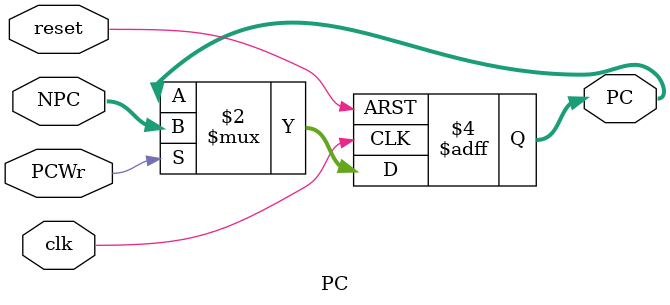
<source format=v>
`timescale 1ns / 1ps
module PC(	
	input PCWr,			//控制PC是否更改
	input [31:0] NPC,		
	input clk,				
	input reset,			
	output reg [31:0] PC	
);

	// always@(posedge clk, posedge reset) begin
	// 	if(reset) PC <= 32'h0000_3000;//PC复位后初值为0x0000_3000
	// 	else if(PCWr) begin
	// 		PC <= NPC;
	// 	end else begin
	// 		PC <= PC;
	// 	end
	// end
	always @(posedge clk or posedge reset) begin
		if (reset) PC <= 32'h0000_3000;
		else if (PCWr)
			PC <= NPC;
	end
endmodule


</source>
